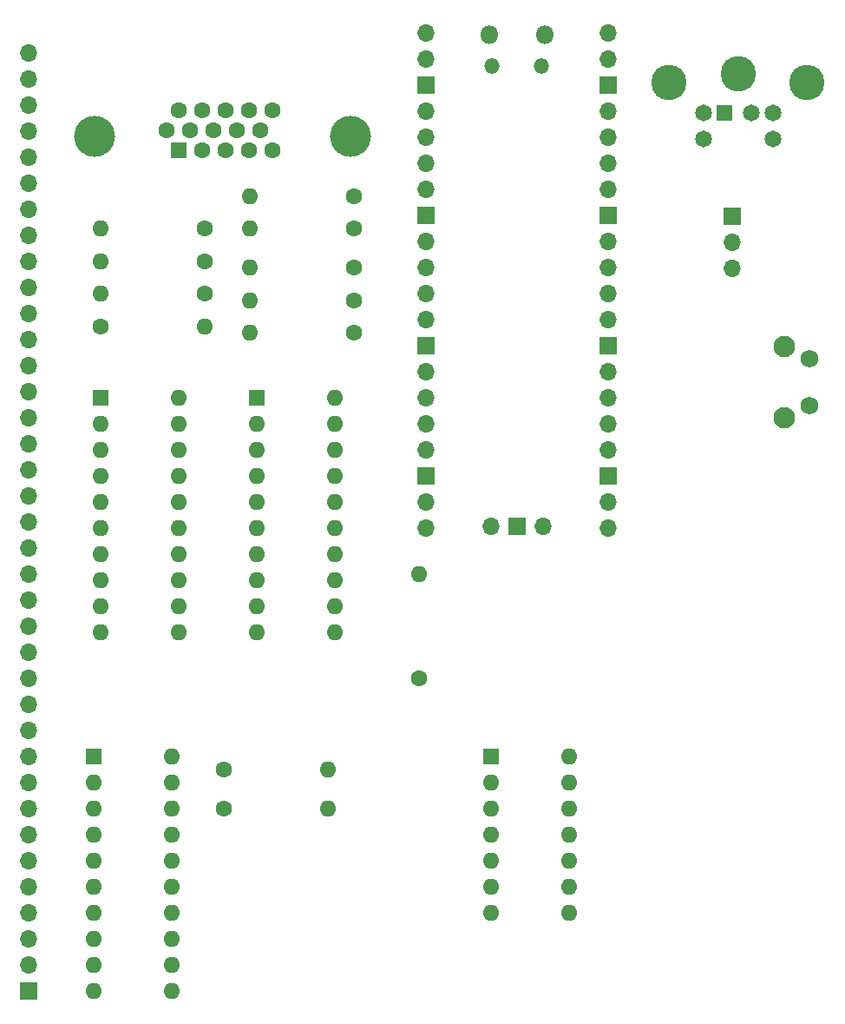
<source format=gbr>
%TF.GenerationSoftware,KiCad,Pcbnew,6.0.2+dfsg-1*%
%TF.CreationDate,2024-07-15T20:40:19+02:00*%
%TF.ProjectId,GDPico64,47445069-636f-4363-942e-6b696361645f,rev?*%
%TF.SameCoordinates,Original*%
%TF.FileFunction,Soldermask,Bot*%
%TF.FilePolarity,Negative*%
%FSLAX46Y46*%
G04 Gerber Fmt 4.6, Leading zero omitted, Abs format (unit mm)*
G04 Created by KiCad (PCBNEW 6.0.2+dfsg-1) date 2024-07-15 20:40:19*
%MOMM*%
%LPD*%
G01*
G04 APERTURE LIST*
%ADD10C,1.600000*%
%ADD11O,1.600000X1.600000*%
%ADD12R,1.700000X1.700000*%
%ADD13O,1.700000X1.700000*%
%ADD14C,4.000000*%
%ADD15R,1.600000X1.600000*%
%ADD16C,2.100000*%
%ADD17C,1.750000*%
%ADD18R,1.650000X1.650000*%
%ADD19C,1.650000*%
%ADD20C,3.450000*%
%ADD21O,1.500000X1.500000*%
%ADD22O,1.800000X1.800000*%
G04 APERTURE END LIST*
D10*
%TO.C,R5*%
X93980000Y-51435000D03*
D11*
X83820000Y-51435000D03*
%TD*%
D10*
%TO.C,R2*%
X81280000Y-111125000D03*
D11*
X91440000Y-111125000D03*
%TD*%
D10*
%TO.C,R7*%
X93980000Y-58420000D03*
D11*
X83820000Y-58420000D03*
%TD*%
D10*
%TO.C,R3*%
X81280000Y-107315000D03*
D11*
X91440000Y-107315000D03*
%TD*%
D12*
%TO.C,J1*%
X62230000Y-128905000D03*
D13*
X62230000Y-126365000D03*
X62230000Y-123825000D03*
X62230000Y-121285000D03*
X62230000Y-118745000D03*
X62230000Y-116205000D03*
X62230000Y-113665000D03*
X62230000Y-111125000D03*
X62230000Y-108585000D03*
X62230000Y-106045000D03*
X62230000Y-103505000D03*
X62230000Y-100965000D03*
X62230000Y-98425000D03*
X62230000Y-95885000D03*
X62230000Y-93345000D03*
X62230000Y-90805000D03*
X62230000Y-88265000D03*
X62230000Y-85725000D03*
X62230000Y-83185000D03*
X62230000Y-80645000D03*
X62230000Y-78105000D03*
X62230000Y-75565000D03*
X62230000Y-73025000D03*
X62230000Y-70485000D03*
X62230000Y-67945000D03*
X62230000Y-65405000D03*
X62230000Y-62865000D03*
X62230000Y-60325000D03*
X62230000Y-57785000D03*
X62230000Y-55245000D03*
X62230000Y-52705000D03*
X62230000Y-50165000D03*
X62230000Y-47625000D03*
X62230000Y-45085000D03*
X62230000Y-42545000D03*
X62230000Y-40005000D03*
X62230000Y-37465000D03*
%TD*%
D10*
%TO.C,R10*%
X79375000Y-54610000D03*
D11*
X69215000Y-54610000D03*
%TD*%
D14*
%TO.C,J2*%
X93650000Y-45570000D03*
X68650000Y-45570000D03*
D15*
X76835000Y-46990000D03*
D10*
X79125000Y-46990000D03*
X81415000Y-46990000D03*
X83705000Y-46990000D03*
X85995000Y-46990000D03*
X75690000Y-45010000D03*
X77980000Y-45010000D03*
X80270000Y-45010000D03*
X82560000Y-45010000D03*
X84850000Y-45010000D03*
X76835000Y-43030000D03*
X79125000Y-43030000D03*
X81415000Y-43030000D03*
X83705000Y-43030000D03*
X85995000Y-43030000D03*
%TD*%
D16*
%TO.C,SW1*%
X135940000Y-73070000D03*
X135940000Y-66060000D03*
D17*
X138430000Y-67310000D03*
X138430000Y-71810000D03*
%TD*%
D10*
%TO.C,R11*%
X79375000Y-57785000D03*
D11*
X69215000Y-57785000D03*
%TD*%
D15*
%TO.C,U1*%
X69215000Y-71120000D03*
D11*
X69215000Y-73660000D03*
X69215000Y-76200000D03*
X69215000Y-78740000D03*
X69215000Y-81280000D03*
X69215000Y-83820000D03*
X69215000Y-86360000D03*
X69215000Y-88900000D03*
X69215000Y-91440000D03*
X69215000Y-93980000D03*
X76835000Y-93980000D03*
X76835000Y-91440000D03*
X76835000Y-88900000D03*
X76835000Y-86360000D03*
X76835000Y-83820000D03*
X76835000Y-81280000D03*
X76835000Y-78740000D03*
X76835000Y-76200000D03*
X76835000Y-73660000D03*
X76835000Y-71120000D03*
%TD*%
D15*
%TO.C,U2*%
X68580000Y-106045000D03*
D11*
X68580000Y-108585000D03*
X68580000Y-111125000D03*
X68580000Y-113665000D03*
X68580000Y-116205000D03*
X68580000Y-118745000D03*
X68580000Y-121285000D03*
X68580000Y-123825000D03*
X68580000Y-126365000D03*
X68580000Y-128905000D03*
X76200000Y-128905000D03*
X76200000Y-126365000D03*
X76200000Y-123825000D03*
X76200000Y-121285000D03*
X76200000Y-118745000D03*
X76200000Y-116205000D03*
X76200000Y-113665000D03*
X76200000Y-111125000D03*
X76200000Y-108585000D03*
X76200000Y-106045000D03*
%TD*%
D10*
%TO.C,R1*%
X100330000Y-98425000D03*
D11*
X100330000Y-88265000D03*
%TD*%
D10*
%TO.C,R6*%
X93980000Y-54610000D03*
D11*
X83820000Y-54610000D03*
%TD*%
D10*
%TO.C,R9*%
X93980000Y-64770000D03*
D11*
X83820000Y-64770000D03*
%TD*%
D10*
%TO.C,R4*%
X69215000Y-64135000D03*
D11*
X79375000Y-64135000D03*
%TD*%
D10*
%TO.C,R8*%
X93980000Y-61595000D03*
D11*
X83820000Y-61595000D03*
%TD*%
D15*
%TO.C,U5*%
X107315000Y-106045000D03*
D11*
X107315000Y-108585000D03*
X107315000Y-111125000D03*
X107315000Y-113665000D03*
X107315000Y-116205000D03*
X107315000Y-118745000D03*
X107315000Y-121285000D03*
X114935000Y-121285000D03*
X114935000Y-118745000D03*
X114935000Y-116205000D03*
X114935000Y-113665000D03*
X114935000Y-111125000D03*
X114935000Y-108585000D03*
X114935000Y-106045000D03*
%TD*%
D18*
%TO.C,J3*%
X130145000Y-43325000D03*
D19*
X132745000Y-43325000D03*
X128045000Y-43325000D03*
X134845000Y-43325000D03*
X128045000Y-45825000D03*
X134845000Y-45825000D03*
D20*
X131445000Y-39525000D03*
X138195000Y-40325000D03*
X124695000Y-40325000D03*
%TD*%
D10*
%TO.C,R12*%
X79375000Y-60960000D03*
D11*
X69215000Y-60960000D03*
%TD*%
D15*
%TO.C,U3*%
X84455000Y-71120000D03*
D11*
X84455000Y-73660000D03*
X84455000Y-76200000D03*
X84455000Y-78740000D03*
X84455000Y-81280000D03*
X84455000Y-83820000D03*
X84455000Y-86360000D03*
X84455000Y-88900000D03*
X84455000Y-91440000D03*
X84455000Y-93980000D03*
X92075000Y-93980000D03*
X92075000Y-91440000D03*
X92075000Y-88900000D03*
X92075000Y-86360000D03*
X92075000Y-83820000D03*
X92075000Y-81280000D03*
X92075000Y-78740000D03*
X92075000Y-76200000D03*
X92075000Y-73660000D03*
X92075000Y-71120000D03*
%TD*%
D12*
%TO.C,J4*%
X130880000Y-53355000D03*
D13*
X130880000Y-55895000D03*
X130880000Y-58435000D03*
%TD*%
D21*
%TO.C,U4*%
X112280000Y-38720000D03*
D22*
X107130000Y-35690000D03*
D21*
X107430000Y-38720000D03*
D22*
X112580000Y-35690000D03*
D13*
X100965000Y-35560000D03*
X100965000Y-38100000D03*
D12*
X100965000Y-40640000D03*
D13*
X100965000Y-43180000D03*
X100965000Y-45720000D03*
X100965000Y-48260000D03*
X100965000Y-50800000D03*
D12*
X100965000Y-53340000D03*
D13*
X100965000Y-55880000D03*
X100965000Y-58420000D03*
X100965000Y-60960000D03*
X100965000Y-63500000D03*
D12*
X100965000Y-66040000D03*
D13*
X100965000Y-68580000D03*
X100965000Y-71120000D03*
X100965000Y-73660000D03*
X100965000Y-76200000D03*
D12*
X100965000Y-78740000D03*
D13*
X100965000Y-81280000D03*
X100965000Y-83820000D03*
X118745000Y-83820000D03*
X118745000Y-81280000D03*
D12*
X118745000Y-78740000D03*
D13*
X118745000Y-76200000D03*
X118745000Y-73660000D03*
X118745000Y-71120000D03*
X118745000Y-68580000D03*
D12*
X118745000Y-66040000D03*
D13*
X118745000Y-63500000D03*
X118745000Y-60960000D03*
X118745000Y-58420000D03*
X118745000Y-55880000D03*
D12*
X118745000Y-53340000D03*
D13*
X118745000Y-50800000D03*
X118745000Y-48260000D03*
X118745000Y-45720000D03*
X118745000Y-43180000D03*
D12*
X118745000Y-40640000D03*
D13*
X118745000Y-38100000D03*
X118745000Y-35560000D03*
X107315000Y-83590000D03*
D12*
X109855000Y-83590000D03*
D13*
X112395000Y-83590000D03*
%TD*%
M02*

</source>
